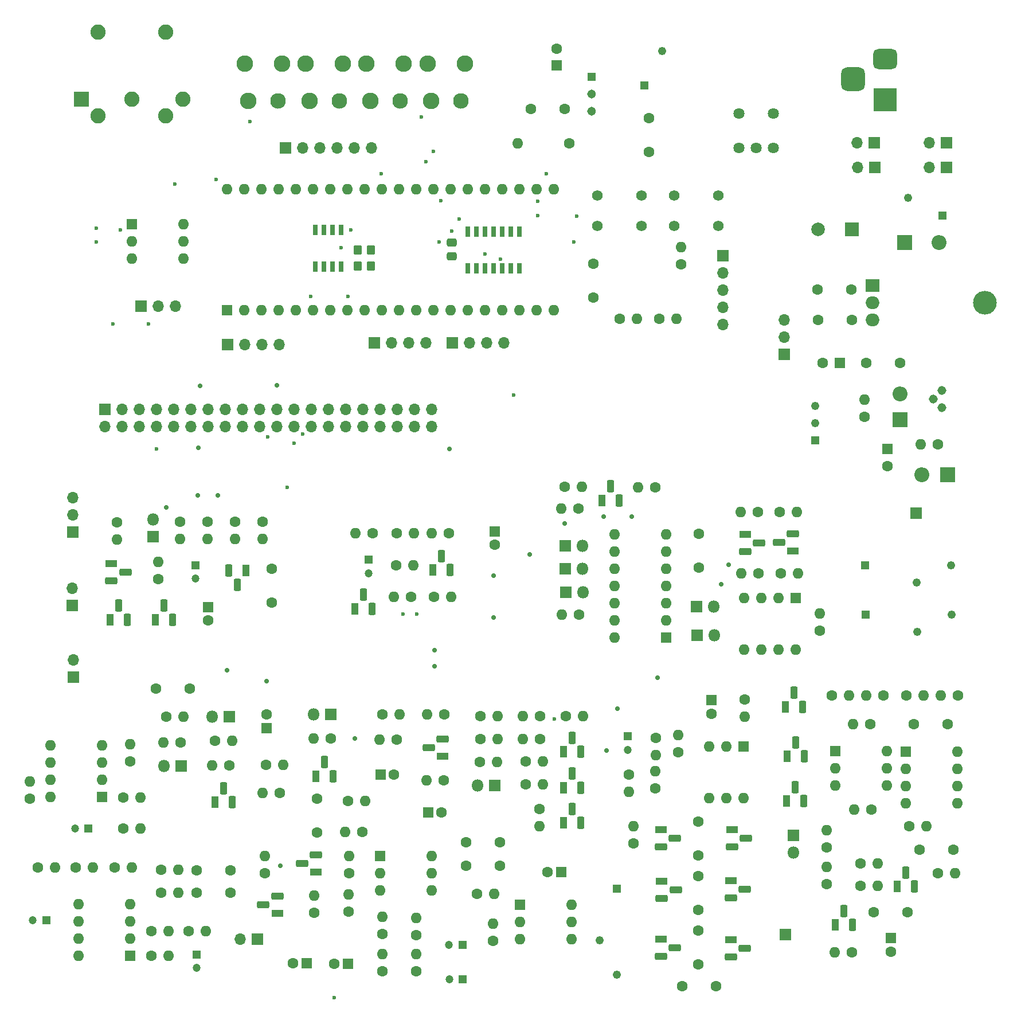
<source format=gbs>
G04 #@! TF.GenerationSoftware,KiCad,Pcbnew,8.0.2*
G04 #@! TF.CreationDate,2024-10-15T19:34:27+09:00*
G04 #@! TF.ProjectId,mainBorad,6d61696e-426f-4726-9164-2e6b69636164,rev?*
G04 #@! TF.SameCoordinates,Original*
G04 #@! TF.FileFunction,Soldermask,Bot*
G04 #@! TF.FilePolarity,Negative*
%FSLAX46Y46*%
G04 Gerber Fmt 4.6, Leading zero omitted, Abs format (unit mm)*
G04 Created by KiCad (PCBNEW 8.0.2) date 2024-10-15 19:34:27*
%MOMM*%
%LPD*%
G01*
G04 APERTURE LIST*
G04 Aperture macros list*
%AMRoundRect*
0 Rectangle with rounded corners*
0 $1 Rounding radius*
0 $2 $3 $4 $5 $6 $7 $8 $9 X,Y pos of 4 corners*
0 Add a 4 corners polygon primitive as box body*
4,1,4,$2,$3,$4,$5,$6,$7,$8,$9,$2,$3,0*
0 Add four circle primitives for the rounded corners*
1,1,$1+$1,$2,$3*
1,1,$1+$1,$4,$5*
1,1,$1+$1,$6,$7*
1,1,$1+$1,$8,$9*
0 Add four rect primitives between the rounded corners*
20,1,$1+$1,$2,$3,$4,$5,0*
20,1,$1+$1,$4,$5,$6,$7,0*
20,1,$1+$1,$6,$7,$8,$9,0*
20,1,$1+$1,$8,$9,$2,$3,0*%
G04 Aperture macros list end*
%ADD10C,1.600000*%
%ADD11O,1.600000X1.600000*%
%ADD12R,1.600000X1.600000*%
%ADD13R,1.800000X1.100000*%
%ADD14RoundRect,0.275000X-0.625000X0.275000X-0.625000X-0.275000X0.625000X-0.275000X0.625000X0.275000X0*%
%ADD15C,1.635000*%
%ADD16C,2.450000*%
%ADD17C,2.300000*%
%ADD18RoundRect,0.275000X0.625000X-0.275000X0.625000X0.275000X-0.625000X0.275000X-0.625000X-0.275000X0*%
%ADD19R,1.100000X1.800000*%
%ADD20RoundRect,0.275000X-0.275000X-0.625000X0.275000X-0.625000X0.275000X0.625000X-0.275000X0.625000X0*%
%ADD21R,1.800000X1.800000*%
%ADD22O,1.800000X1.800000*%
%ADD23R,1.700000X1.700000*%
%ADD24R,1.200000X1.200000*%
%ADD25C,1.200000*%
%ADD26O,1.700000X1.700000*%
%ADD27R,1.217000X1.217000*%
%ADD28C,1.217000*%
%ADD29R,1.305000X1.305000*%
%ADD30C,1.305000*%
%ADD31R,2.250000X2.250000*%
%ADD32C,2.250000*%
%ADD33C,1.316000*%
%ADD34R,3.500000X3.500000*%
%ADD35RoundRect,0.750000X-1.000000X0.750000X-1.000000X-0.750000X1.000000X-0.750000X1.000000X0.750000X0*%
%ADD36RoundRect,0.875000X-0.875000X0.875000X-0.875000X-0.875000X0.875000X-0.875000X0.875000X0.875000X0*%
%ADD37R,2.200000X2.200000*%
%ADD38O,2.200000X2.200000*%
%ADD39RoundRect,0.275000X0.275000X0.625000X-0.275000X0.625000X-0.275000X-0.625000X0.275000X-0.625000X0*%
%ADD40C,1.575000*%
%ADD41O,3.500000X3.500000*%
%ADD42R,2.000000X1.905000*%
%ADD43O,2.000000X1.905000*%
%ADD44R,2.000000X2.000000*%
%ADD45C,2.000000*%
%ADD46R,0.650000X1.551000*%
%ADD47R,0.650000X1.525000*%
%ADD48RoundRect,0.250000X0.475000X-0.337500X0.475000X0.337500X-0.475000X0.337500X-0.475000X-0.337500X0*%
%ADD49RoundRect,0.250000X0.350000X0.450000X-0.350000X0.450000X-0.350000X-0.450000X0.350000X-0.450000X0*%
%ADD50C,0.700000*%
%ADD51C,0.600000*%
G04 APERTURE END LIST*
D10*
X101000000Y-139555000D03*
D11*
X101000000Y-142095000D03*
D12*
X126400000Y-123500000D03*
D10*
X126400000Y-125500000D03*
D13*
X119030000Y-150190000D03*
D14*
X121100000Y-151460000D03*
X119030000Y-152730000D03*
D15*
X130460000Y-41970000D03*
X133000000Y-41970000D03*
X135540000Y-41970000D03*
X135540000Y-36890000D03*
X130460000Y-36890000D03*
D10*
X86885000Y-125600000D03*
D11*
X84345000Y-125600000D03*
D10*
X124430000Y-141430000D03*
X124430000Y-146430000D03*
D16*
X67000000Y-35000000D03*
X66450000Y-29500000D03*
X71950000Y-29500000D03*
D17*
X71400000Y-35000000D03*
D10*
X98955000Y-132500000D03*
D11*
X101495000Y-132500000D03*
D10*
X114900000Y-144640000D03*
D11*
X114900000Y-142100000D03*
D10*
X72660000Y-138400000D03*
D11*
X75200000Y-138400000D03*
D12*
X84540000Y-140100000D03*
D10*
X86540000Y-140100000D03*
X124430000Y-154430000D03*
X124430000Y-149430000D03*
D13*
X86710000Y-131770000D03*
D18*
X84640000Y-130500000D03*
X86710000Y-129230000D03*
D10*
X142340000Y-113215000D03*
D11*
X142340000Y-110675000D03*
D10*
X155560000Y-142100000D03*
D11*
X158100000Y-142100000D03*
D10*
X133340000Y-104775000D03*
D11*
X130800000Y-104775000D03*
D19*
X73675000Y-109970000D03*
D20*
X74945000Y-107900000D03*
X76215000Y-109970000D03*
D10*
X118200000Y-129060000D03*
D11*
X118200000Y-131600000D03*
D21*
X43900000Y-99340000D03*
D22*
X43900000Y-96800000D03*
D21*
X104855000Y-107515000D03*
D22*
X107395000Y-107515000D03*
D12*
X144680000Y-131000000D03*
D11*
X144680000Y-133540000D03*
X144680000Y-136080000D03*
X152300000Y-136080000D03*
X152300000Y-133540000D03*
X152300000Y-131000000D03*
D10*
X79905000Y-98800000D03*
D11*
X82445000Y-98800000D03*
D10*
X82045000Y-108200000D03*
D11*
X79505000Y-108200000D03*
D23*
X156625000Y-95885000D03*
D24*
X50200000Y-103527400D03*
D25*
X50200000Y-105527400D03*
D23*
X31975000Y-109475000D03*
D26*
X31975000Y-106935000D03*
D10*
X43645000Y-157600000D03*
D11*
X46185000Y-157600000D03*
D10*
X47900000Y-97100000D03*
D11*
X47900000Y-99640000D03*
D10*
X108956000Y-64000000D03*
X108956000Y-59000000D03*
X150300000Y-154800000D03*
X155300000Y-154800000D03*
D27*
X149065000Y-103575000D03*
D28*
X156685000Y-106115000D03*
X161765000Y-103575000D03*
D10*
X25700000Y-138000000D03*
D11*
X25700000Y-135460000D03*
D10*
X85400000Y-108200000D03*
D11*
X87940000Y-108200000D03*
D10*
X92255000Y-125800000D03*
D11*
X94795000Y-125800000D03*
D12*
X40500000Y-161200000D03*
D11*
X40500000Y-158660000D03*
X40500000Y-156120000D03*
X40500000Y-153580000D03*
X32880000Y-153580000D03*
X32880000Y-156120000D03*
X32880000Y-158660000D03*
X32880000Y-161200000D03*
D10*
X74800000Y-142900000D03*
D11*
X72260000Y-142900000D03*
D12*
X103495000Y-29780100D03*
D10*
X103495000Y-27280100D03*
D27*
X160500000Y-51900000D03*
D28*
X155400000Y-49310000D03*
D19*
X53030000Y-138570000D03*
D20*
X54300000Y-136500000D03*
X55570000Y-138570000D03*
D10*
X154255000Y-73660000D03*
X149255000Y-73660000D03*
X117180000Y-42500000D03*
X117180000Y-37500000D03*
D16*
X76000000Y-35000000D03*
X75450000Y-29500000D03*
X80950000Y-29500000D03*
D17*
X80400000Y-35000000D03*
D12*
X72700000Y-162400000D03*
D10*
X70700000Y-162400000D03*
X40500000Y-132500000D03*
D11*
X40500000Y-129960000D03*
D19*
X104500000Y-136400000D03*
D20*
X105770000Y-134330000D03*
X107040000Y-136400000D03*
D10*
X118700000Y-67200000D03*
D11*
X121240000Y-67200000D03*
D10*
X72800000Y-154740000D03*
D11*
X72800000Y-152200000D03*
D10*
X44700000Y-105600000D03*
D11*
X44700000Y-103060000D03*
D10*
X72830000Y-149010000D03*
D11*
X72830000Y-146470000D03*
D12*
X94345000Y-98544900D03*
D10*
X94345000Y-100544900D03*
D29*
X108680000Y-31420000D03*
D30*
X108680000Y-33960000D03*
X108680000Y-36500000D03*
D24*
X50390000Y-161027400D03*
D25*
X50390000Y-163027400D03*
D27*
X112400000Y-151300000D03*
D28*
X109860000Y-158920000D03*
X112400000Y-164000000D03*
D21*
X94345000Y-136100000D03*
D22*
X91805000Y-136100000D03*
D10*
X92155000Y-132600000D03*
D11*
X94695000Y-132600000D03*
D10*
X62600000Y-137200000D03*
D11*
X60060000Y-137200000D03*
D10*
X77800000Y-163545000D03*
D11*
X77800000Y-161005000D03*
D23*
X161075000Y-44800000D03*
D26*
X158535000Y-44800000D03*
D19*
X110210000Y-93965000D03*
D20*
X111480000Y-91895000D03*
X112750000Y-93965000D03*
D31*
X33300000Y-34700000D03*
D32*
X40800000Y-34700000D03*
X48300000Y-34700000D03*
X35800000Y-37200000D03*
X45800000Y-37200000D03*
X35800000Y-24800000D03*
X45800000Y-24800000D03*
D12*
X98100000Y-153700000D03*
D11*
X98100000Y-156240000D03*
X98100000Y-158780000D03*
X105720000Y-158780000D03*
X105720000Y-156240000D03*
X105720000Y-153700000D03*
D10*
X150000000Y-139600000D03*
D11*
X147460000Y-139600000D03*
D12*
X119730000Y-114205000D03*
D11*
X119730000Y-111665000D03*
X119730000Y-109125000D03*
X119730000Y-106585000D03*
X119730000Y-104045000D03*
X119730000Y-101505000D03*
X119730000Y-98965000D03*
X112110000Y-98965000D03*
X112110000Y-101505000D03*
X112110000Y-104045000D03*
X112110000Y-106585000D03*
X112110000Y-109125000D03*
X112110000Y-111665000D03*
X112110000Y-114205000D03*
D10*
X118100000Y-136545000D03*
D11*
X118100000Y-134005000D03*
D10*
X51950000Y-97100000D03*
D11*
X51950000Y-99640000D03*
D23*
X128100000Y-57880000D03*
D26*
X128100000Y-60420000D03*
X128100000Y-62960000D03*
X128100000Y-65500000D03*
X128100000Y-68040000D03*
D10*
X162100000Y-145600000D03*
X157100000Y-145600000D03*
D23*
X137300000Y-158125000D03*
D10*
X79845000Y-103600000D03*
D11*
X82385000Y-103600000D03*
D10*
X159860000Y-149000000D03*
D11*
X162400000Y-149000000D03*
D24*
X89672600Y-164700000D03*
D25*
X87672600Y-164700000D03*
D10*
X121900000Y-59140000D03*
D11*
X121900000Y-56600000D03*
D10*
X148355000Y-147600000D03*
D11*
X150895000Y-147600000D03*
D19*
X44230000Y-111570000D03*
D20*
X45500000Y-109500000D03*
X46770000Y-111570000D03*
D21*
X48100000Y-133200000D03*
D22*
X45560000Y-133200000D03*
D10*
X86840000Y-135300000D03*
D11*
X84300000Y-135300000D03*
D10*
X82800000Y-158140000D03*
D11*
X82800000Y-155600000D03*
D10*
X70140000Y-129130000D03*
D11*
X67600000Y-129130000D03*
D33*
X160420900Y-80280000D03*
X159150900Y-79010000D03*
X160420900Y-77740000D03*
D10*
X55345000Y-151900000D03*
X50345000Y-151900000D03*
D24*
X114000000Y-128810000D03*
D25*
X114000000Y-130810000D03*
D19*
X137500000Y-138400000D03*
D20*
X138770000Y-136330000D03*
X140040000Y-138400000D03*
D10*
X95100000Y-147900000D03*
X90100000Y-147900000D03*
X148945000Y-81640000D03*
D11*
X148945000Y-79100000D03*
D34*
X152000000Y-34800000D03*
D35*
X152000000Y-28800000D03*
D36*
X147300000Y-31800000D03*
D10*
X147145000Y-67310000D03*
X142145000Y-67310000D03*
D37*
X154245000Y-82040000D03*
D38*
X154245000Y-78230000D03*
D23*
X88105000Y-70733000D03*
D26*
X90645000Y-70733000D03*
X93185000Y-70733000D03*
X95725000Y-70733000D03*
D10*
X105400000Y-41275000D03*
D11*
X97780000Y-41275000D03*
D19*
X57605000Y-104345000D03*
D39*
X56335000Y-106415000D03*
X55065000Y-104345000D03*
D21*
X138500000Y-143460000D03*
D22*
X138500000Y-146000000D03*
D10*
X155155000Y-122800000D03*
D11*
X157695000Y-122800000D03*
D10*
X124430000Y-162530000D03*
X124430000Y-157530000D03*
D21*
X104810000Y-100665000D03*
D22*
X107350000Y-100665000D03*
D10*
X136600000Y-104775000D03*
D11*
X139140000Y-104775000D03*
D10*
X147100000Y-160700000D03*
D11*
X144560000Y-160700000D03*
D10*
X76345000Y-98800000D03*
D11*
X73805000Y-98800000D03*
D23*
X59300000Y-158800000D03*
D26*
X56760000Y-158800000D03*
D27*
X116480000Y-32700000D03*
D28*
X119070000Y-27600000D03*
D10*
X32460000Y-148200000D03*
D11*
X35000000Y-148200000D03*
D10*
X26860000Y-148200000D03*
D11*
X29400000Y-148200000D03*
D19*
X137530000Y-131770000D03*
D20*
X138800000Y-129700000D03*
X140070000Y-131770000D03*
D13*
X118930000Y-142630000D03*
D14*
X121000000Y-143900000D03*
X118930000Y-145170000D03*
D12*
X145340100Y-73660000D03*
D10*
X142840100Y-73660000D03*
X151775000Y-122800000D03*
D11*
X149235000Y-122800000D03*
D13*
X129410000Y-142590000D03*
D14*
X131480000Y-143860000D03*
X129410000Y-145130000D03*
D12*
X155080000Y-131060000D03*
D11*
X155080000Y-133600000D03*
X155080000Y-136140000D03*
X155080000Y-138680000D03*
X162700000Y-138680000D03*
X162700000Y-136140000D03*
X162700000Y-133600000D03*
X162700000Y-131060000D03*
D10*
X98955000Y-135900000D03*
D11*
X101495000Y-135900000D03*
D10*
X95100000Y-144500000D03*
X90100000Y-144500000D03*
D40*
X120881000Y-48950000D03*
X127381000Y-48950000D03*
X120881000Y-53450000D03*
X127381000Y-53450000D03*
D24*
X89600000Y-159600000D03*
D25*
X87600000Y-159600000D03*
D13*
X118930000Y-158790000D03*
D14*
X121000000Y-160060000D03*
X118930000Y-161330000D03*
D10*
X55140000Y-133100000D03*
D11*
X52600000Y-133100000D03*
D10*
X112800000Y-67200000D03*
D11*
X115340000Y-67200000D03*
D10*
X143400000Y-145200000D03*
D11*
X143400000Y-142660000D03*
D16*
X85000000Y-35000000D03*
X84450000Y-29500000D03*
X89950000Y-29500000D03*
D17*
X89400000Y-35000000D03*
D23*
X137150000Y-72390000D03*
D26*
X137150000Y-69850000D03*
X137150000Y-67310000D03*
D10*
X162775000Y-122800000D03*
D11*
X160235000Y-122800000D03*
D12*
X152390000Y-86400000D03*
D10*
X152390000Y-88900000D03*
D19*
X85235000Y-104270000D03*
D20*
X86505000Y-102200000D03*
X87775000Y-104270000D03*
D19*
X104500000Y-131100000D03*
D20*
X105770000Y-129030000D03*
X107040000Y-131100000D03*
D10*
X53050000Y-129500000D03*
D11*
X55590000Y-129500000D03*
D16*
X58000000Y-35000000D03*
X57450000Y-29500000D03*
X62950000Y-29500000D03*
D17*
X62400000Y-35000000D03*
D19*
X104500000Y-141600000D03*
D20*
X105770000Y-139530000D03*
X107040000Y-141600000D03*
D23*
X54880000Y-71000000D03*
D26*
X57420000Y-71000000D03*
X59960000Y-71000000D03*
X62500000Y-71000000D03*
D10*
X61400000Y-104110000D03*
X61400000Y-109110000D03*
X55345000Y-148600000D03*
X50345000Y-148600000D03*
X133240000Y-95675000D03*
D11*
X130700000Y-95675000D03*
D10*
X149845000Y-127000000D03*
D11*
X147305000Y-127000000D03*
D12*
X138840000Y-108375000D03*
D11*
X136300000Y-108375000D03*
X133760000Y-108375000D03*
X131220000Y-108375000D03*
X131220000Y-115995000D03*
X133760000Y-115995000D03*
X136300000Y-115995000D03*
X138840000Y-115995000D03*
D10*
X143400000Y-150640000D03*
D11*
X143400000Y-148100000D03*
D10*
X82800000Y-163540000D03*
D11*
X82800000Y-161000000D03*
D23*
X161075000Y-41200000D03*
D26*
X158535000Y-41200000D03*
D10*
X77800000Y-158040000D03*
D11*
X77800000Y-155500000D03*
D10*
X104670000Y-91965000D03*
D11*
X107210000Y-91965000D03*
D10*
X87585000Y-98800000D03*
D11*
X85045000Y-98800000D03*
D10*
X49150000Y-157600000D03*
D11*
X51690000Y-157600000D03*
D10*
X39500000Y-142400000D03*
D11*
X42040000Y-142400000D03*
D21*
X70140000Y-125600000D03*
D22*
X67600000Y-125600000D03*
D10*
X94100000Y-159040000D03*
D11*
X94100000Y-156500000D03*
D10*
X60555000Y-133000000D03*
D11*
X63095000Y-133000000D03*
D23*
X32175000Y-120075000D03*
D26*
X32175000Y-117535000D03*
D10*
X99725000Y-36195000D03*
X104725000Y-36195000D03*
D24*
X34372600Y-142400000D03*
D25*
X32372600Y-142400000D03*
D23*
X150440000Y-41200000D03*
D26*
X147900000Y-41200000D03*
D37*
X161280000Y-90170000D03*
D38*
X157470000Y-90170000D03*
D40*
X109525000Y-48950000D03*
X116025000Y-48950000D03*
X109525000Y-53450000D03*
X116025000Y-53450000D03*
D19*
X144630000Y-156670000D03*
D20*
X145900000Y-154600000D03*
X147170000Y-156670000D03*
D10*
X101100000Y-129200000D03*
D11*
X98560000Y-129200000D03*
D13*
X131340000Y-98975000D03*
D14*
X133410000Y-100245000D03*
X131340000Y-101515000D03*
D10*
X60050000Y-97100000D03*
D11*
X60050000Y-99640000D03*
D19*
X37530000Y-111570000D03*
D20*
X38800000Y-109500000D03*
X40070000Y-111570000D03*
D37*
X154930000Y-55880000D03*
D38*
X160010000Y-55880000D03*
D23*
X42100000Y-65300000D03*
D26*
X44640000Y-65300000D03*
X47180000Y-65300000D03*
D10*
X47940000Y-129700000D03*
D11*
X45400000Y-129700000D03*
D13*
X138410000Y-101445000D03*
D18*
X136340000Y-100175000D03*
X138410000Y-98905000D03*
D12*
X36400000Y-137800000D03*
D11*
X36400000Y-135260000D03*
X36400000Y-132720000D03*
X36400000Y-130180000D03*
X28780000Y-130180000D03*
X28780000Y-132720000D03*
X28780000Y-135260000D03*
X28780000Y-137800000D03*
D41*
X166805000Y-64770000D03*
D42*
X150145000Y-62230000D03*
D43*
X150145000Y-64770000D03*
X150145000Y-67310000D03*
D10*
X45870000Y-125890000D03*
D11*
X48410000Y-125890000D03*
D10*
X92250000Y-129200000D03*
D11*
X94790000Y-129200000D03*
D10*
X38600000Y-97200000D03*
D11*
X38600000Y-99740000D03*
D10*
X91760000Y-152100000D03*
D11*
X94300000Y-152100000D03*
D10*
X67700000Y-154840000D03*
D11*
X67700000Y-152300000D03*
D24*
X75745000Y-102727400D03*
D25*
X75745000Y-104727400D03*
D12*
X60700000Y-127600000D03*
D10*
X60700000Y-125600000D03*
D13*
X37760000Y-103330000D03*
D14*
X39830000Y-104600000D03*
X37760000Y-105870000D03*
D10*
X118110000Y-92065000D03*
D11*
X115570000Y-92065000D03*
D23*
X76605000Y-70733000D03*
D26*
X79145000Y-70733000D03*
X81685000Y-70733000D03*
X84225000Y-70733000D03*
D10*
X39540000Y-137880000D03*
D11*
X42080000Y-137880000D03*
D12*
X52040000Y-109719900D03*
D10*
X52040000Y-111719900D03*
X106855000Y-110815000D03*
D11*
X104315000Y-110815000D03*
D21*
X124195000Y-109675000D03*
D22*
X126735000Y-109675000D03*
D19*
X137330000Y-124470000D03*
D20*
X138600000Y-122400000D03*
X139870000Y-124470000D03*
D12*
X40800000Y-53175000D03*
D11*
X40800000Y-55715000D03*
X40800000Y-58255000D03*
X48420000Y-58255000D03*
X48420000Y-55715000D03*
X48420000Y-53175000D03*
D12*
X54860000Y-65850000D03*
D11*
X57400000Y-65850000D03*
X59940000Y-65850000D03*
X62480000Y-65850000D03*
X65020000Y-65850000D03*
X67560000Y-65850000D03*
X70100000Y-65850000D03*
X72640000Y-65850000D03*
X75180000Y-65850000D03*
X77720000Y-65850000D03*
X80260000Y-65850000D03*
X82800000Y-65850000D03*
X85340000Y-65850000D03*
X87880000Y-65850000D03*
X90420000Y-65850000D03*
X92960000Y-65850000D03*
X95500000Y-65850000D03*
X98040000Y-65850000D03*
X100580000Y-65850000D03*
X103120000Y-65850000D03*
X103120000Y-48050000D03*
X100580000Y-48050000D03*
X98040000Y-48050000D03*
X95500000Y-48050000D03*
X92960000Y-48050000D03*
X90420000Y-48050000D03*
X87880000Y-48050000D03*
X85340000Y-48050000D03*
X82800000Y-48050000D03*
X80260000Y-48050000D03*
X77720000Y-48050000D03*
X75180000Y-48050000D03*
X72640000Y-48050000D03*
X70100000Y-48050000D03*
X67560000Y-48050000D03*
X65020000Y-48050000D03*
X62480000Y-48050000D03*
X59940000Y-48050000D03*
X57400000Y-48050000D03*
X54860000Y-48050000D03*
D10*
X121500000Y-131150000D03*
D11*
X121500000Y-128610000D03*
D19*
X67960000Y-134700000D03*
D20*
X69230000Y-132630000D03*
X70500000Y-134700000D03*
D12*
X152900000Y-158600000D03*
D10*
X152900000Y-160600000D03*
X144155000Y-122800000D03*
D11*
X146695000Y-122800000D03*
D23*
X150475000Y-44800000D03*
D26*
X147935000Y-44800000D03*
D23*
X32075000Y-98625000D03*
D26*
X32075000Y-96085000D03*
X32075000Y-93545000D03*
D10*
X45100000Y-148500000D03*
D11*
X47640000Y-148500000D03*
D10*
X79885000Y-129300000D03*
D11*
X77345000Y-129300000D03*
D44*
X147137700Y-53975000D03*
D45*
X142137700Y-53975000D03*
D13*
X129230000Y-158830000D03*
D14*
X131300000Y-160100000D03*
X129230000Y-161370000D03*
D13*
X68000000Y-148840000D03*
D18*
X65930000Y-147570000D03*
X68000000Y-146300000D03*
D21*
X124240000Y-113875000D03*
D22*
X126780000Y-113875000D03*
D10*
X106750000Y-95165000D03*
D11*
X104210000Y-95165000D03*
D27*
X149145000Y-110870000D03*
D28*
X156765000Y-113410000D03*
X161845000Y-110870000D03*
D21*
X55200000Y-125900000D03*
D22*
X52660000Y-125900000D03*
D10*
X45105000Y-151900000D03*
D11*
X47645000Y-151900000D03*
D10*
X43650000Y-161200000D03*
D11*
X46190000Y-161200000D03*
D21*
X104810000Y-104115000D03*
D22*
X107350000Y-104115000D03*
D19*
X153800000Y-151000000D03*
D20*
X155070000Y-148930000D03*
X156340000Y-151000000D03*
D10*
X101100000Y-125800000D03*
D11*
X98560000Y-125800000D03*
D10*
X56000000Y-97100000D03*
D11*
X56000000Y-99640000D03*
D13*
X62270000Y-154975000D03*
D18*
X60200000Y-153705000D03*
X62270000Y-152435000D03*
D12*
X104200000Y-148900000D03*
D10*
X102200000Y-148900000D03*
X68100000Y-143000000D03*
X68100000Y-138000000D03*
X136440000Y-95675000D03*
D11*
X138980000Y-95675000D03*
D12*
X66600000Y-162300000D03*
D10*
X64600000Y-162300000D03*
D12*
X77484900Y-134500000D03*
D10*
X79484900Y-134500000D03*
D12*
X131125000Y-130305000D03*
D11*
X128585000Y-130305000D03*
X126045000Y-130305000D03*
X126045000Y-137925000D03*
X128585000Y-137925000D03*
X131125000Y-137925000D03*
D10*
X122030000Y-165730000D03*
X127030000Y-165730000D03*
X49300000Y-121800000D03*
X44300000Y-121800000D03*
D12*
X77400000Y-146475000D03*
D11*
X77400000Y-149015000D03*
X77400000Y-151555000D03*
X85020000Y-151555000D03*
X85020000Y-149015000D03*
X85020000Y-146475000D03*
D10*
X131300000Y-123355000D03*
D11*
X131300000Y-125895000D03*
D10*
X159785000Y-85725000D03*
D11*
X157245000Y-85725000D03*
D10*
X148360000Y-150900000D03*
D11*
X150900000Y-150900000D03*
D10*
X114200000Y-134455000D03*
D11*
X114200000Y-136995000D03*
D27*
X141740000Y-85090000D03*
D28*
X141740000Y-82550000D03*
X141740000Y-80010000D03*
D10*
X77800000Y-125600000D03*
D11*
X80340000Y-125600000D03*
D10*
X104860000Y-125800000D03*
D11*
X107400000Y-125800000D03*
D23*
X63490000Y-41912000D03*
D26*
X66030000Y-41912000D03*
X68570000Y-41912000D03*
X71110000Y-41912000D03*
X73650000Y-41912000D03*
X76190000Y-41912000D03*
D10*
X161240000Y-127000000D03*
X156240000Y-127000000D03*
X60400000Y-149045000D03*
D11*
X60400000Y-146505000D03*
D10*
X124540000Y-103875000D03*
X124540000Y-98875000D03*
D24*
X28172600Y-156000000D03*
D25*
X26172600Y-156000000D03*
D10*
X147045000Y-62810000D03*
X142045000Y-62810000D03*
D23*
X36800000Y-80500000D03*
D26*
X36800000Y-83040000D03*
X39340000Y-80500000D03*
X39340000Y-83040000D03*
X41880000Y-80500000D03*
X41880000Y-83040000D03*
X44420000Y-80500000D03*
X44420000Y-83040000D03*
X46960000Y-80500000D03*
X46960000Y-83040000D03*
X49500000Y-80500000D03*
X49500000Y-83040000D03*
X52040000Y-80500000D03*
X52040000Y-83040000D03*
X54580000Y-80500000D03*
X54580000Y-83040000D03*
X57120000Y-80500000D03*
X57120000Y-83040000D03*
X59660000Y-80500000D03*
X59660000Y-83040000D03*
X62200000Y-80500000D03*
X62200000Y-83040000D03*
X64740000Y-80500000D03*
X64740000Y-83040000D03*
X67280000Y-80500000D03*
X67280000Y-83040000D03*
X69820000Y-80500000D03*
X69820000Y-83040000D03*
X72360000Y-80500000D03*
X72360000Y-83040000D03*
X74900000Y-80500000D03*
X74900000Y-83040000D03*
X77440000Y-80500000D03*
X77440000Y-83040000D03*
X79980000Y-80500000D03*
X79980000Y-83040000D03*
X82520000Y-80500000D03*
X82520000Y-83040000D03*
X85060000Y-80500000D03*
X85060000Y-83040000D03*
D13*
X129260000Y-150160000D03*
D14*
X131330000Y-151430000D03*
X129260000Y-152700000D03*
D10*
X38255000Y-148200000D03*
D11*
X40795000Y-148200000D03*
D46*
X67900000Y-54000000D03*
X69170000Y-54000000D03*
X70440000Y-54000000D03*
X71710000Y-54000000D03*
X71710000Y-59450000D03*
X70440000Y-59450000D03*
X69170000Y-59450000D03*
X67900000Y-59450000D03*
D47*
X90400000Y-54288000D03*
X91670000Y-54288000D03*
X92940000Y-54288000D03*
X94210000Y-54288000D03*
X95480000Y-54288000D03*
X96750000Y-54288000D03*
X98020000Y-54288000D03*
X98020000Y-59712000D03*
X96750000Y-59712000D03*
X95480000Y-59712000D03*
X94210000Y-59712000D03*
X92940000Y-59712000D03*
X91670000Y-59712000D03*
X90400000Y-59712000D03*
D48*
X88040000Y-57937500D03*
X88040000Y-55862500D03*
D49*
X76110000Y-59400000D03*
X74110000Y-59400000D03*
X76110000Y-57000000D03*
X74110000Y-57000000D03*
D50*
X50823600Y-77061200D03*
X62200000Y-77000000D03*
D51*
X95228500Y-58349000D03*
X84200000Y-43998400D03*
X106100000Y-55800000D03*
X47100000Y-47300000D03*
X86200000Y-55800000D03*
X35500000Y-55800000D03*
X89100000Y-52400000D03*
X85340000Y-42400000D03*
X77600000Y-45700000D03*
X88000000Y-54200000D03*
X102000000Y-45700000D03*
X71700000Y-56700000D03*
X58200000Y-38000000D03*
X83500000Y-37400000D03*
X72700000Y-63900000D03*
X35500000Y-53800000D03*
X44400000Y-86400000D03*
X106500000Y-52000000D03*
X53200000Y-46600000D03*
X67200000Y-63900000D03*
X86400000Y-49700000D03*
X73100000Y-54000000D03*
X39057500Y-54040800D03*
X43200000Y-67900000D03*
X38000000Y-67900000D03*
X92900000Y-57600000D03*
X100700000Y-49800000D03*
X100700000Y-51900000D03*
X103211400Y-126261700D03*
X82900000Y-110800000D03*
X80800000Y-110800000D03*
D50*
X127800000Y-106400000D03*
X50500000Y-93200000D03*
X128900000Y-103500000D03*
X99500000Y-102000000D03*
X110900000Y-130900000D03*
X54800000Y-119100000D03*
X60700000Y-120700000D03*
X114600000Y-96400000D03*
X118400000Y-120200000D03*
X110500000Y-96400000D03*
X112500000Y-124700000D03*
X53500000Y-93200000D03*
X94200000Y-111300000D03*
X73700000Y-129100000D03*
X85500000Y-116100000D03*
X85500000Y-118500000D03*
X94200000Y-105100000D03*
X104700000Y-97400000D03*
X62700000Y-147900000D03*
X87700000Y-86400000D03*
D51*
X70700000Y-167400000D03*
D50*
X45900000Y-95000000D03*
X50600000Y-86200000D03*
D51*
X60869100Y-84565400D03*
X63744000Y-92054800D03*
X66000000Y-84200000D03*
X64700000Y-85500000D03*
X97200000Y-78400000D03*
M02*

</source>
